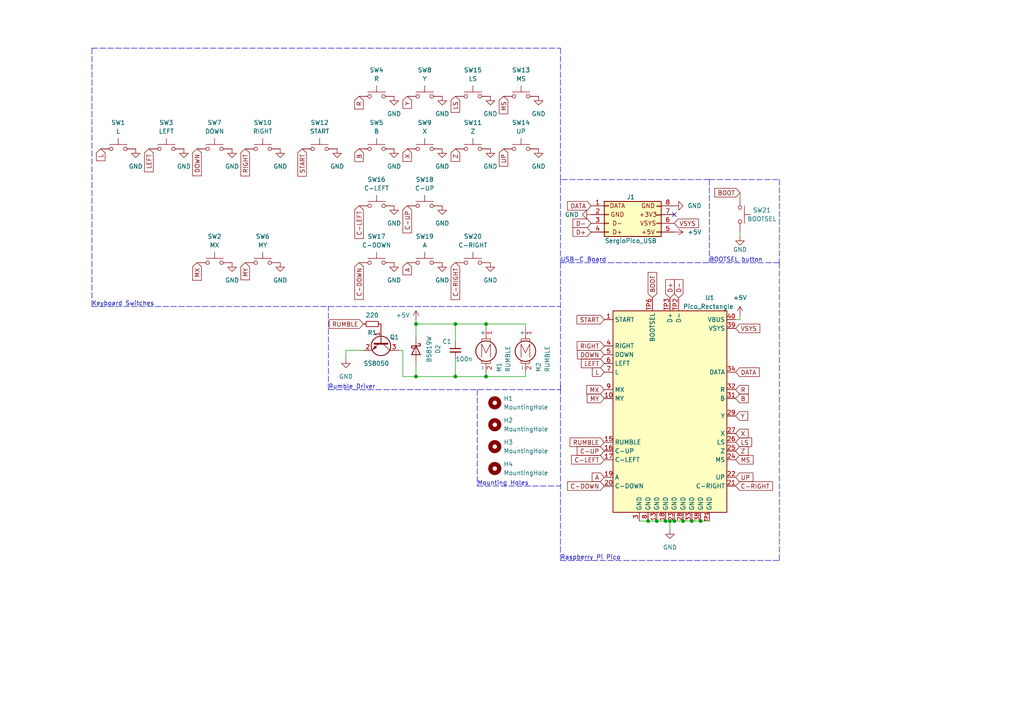
<source format=kicad_sch>
(kicad_sch (version 20211123) (generator eeschema)
  (paper "A4")
  (lib_symbols
    (symbol "Device:C_Small" (pin_numbers hide) (pin_names (offset 0.254) hide)
      (property "Reference" "C" (at 0.254 1.778 0))
      (property "Value" "C_Small" (at 0.254 -2.032 0))
      (symbol "C_Small_0_1"
        (polyline (pts (xy -1.524 -0.508) (xy 1.524 -0.508)) (stroke (width 0.3302)))
        (polyline (pts (xy -1.524 0.508) (xy 1.524 0.508)) (stroke (width 0.3048)))
      )
      (symbol "C_Small_1_1"
        (pin passive line (at 0 2.54 270) (length 2.032) (name "~") (number "1"))
        (pin passive line (at 0 -2.54 90) (length 2.032) (name "~") (number "2"))
      )
    )
    (symbol "Device:D_Schottky" (pin_numbers hide) (pin_names (offset 1.016) hide)
      (property "Reference" "D" (at 0 2.54 0))
      (property "Value" "D_Schottky" (at 0 -2.54 0))
      (symbol "D_Schottky_0_1"
        (polyline (pts (xy 1.27 0) (xy -1.27 0)))
        (polyline (pts (xy 1.27 1.27) (xy 1.27 -1.27) (xy -1.27 0) (xy 1.27 1.27)) (stroke (width 0.254)))
        (polyline (pts (xy -1.905 0.635) (xy -1.905 1.27) (xy -1.27 1.27) (xy -1.27 -1.27) (xy -0.635 -1.27) (xy -0.635 -0.635)) (stroke (width 0.254)))
      )
      (symbol "D_Schottky_1_1"
        (pin passive line (at -3.81 0 0) (length 2.54) (name "K") (number "1"))
        (pin passive line (at 3.81 0 180) (length 2.54) (name "A") (number "2"))
      )
    )
    (symbol "Device:Q_NPN_BEC" (pin_names (offset 0) hide)
      (property "Reference" "Q" (at 5.08 1.27 0))
      (property "Value" "Q_NPN_BEC" (at 5.08 -1.27 0))
      (symbol "Q_NPN_BEC_0_1"
        (polyline (pts (xy 0.635 0.635) (xy 2.54 2.54)))
        (polyline (pts (xy 0.635 -0.635) (xy 2.54 -2.54) (xy 2.54 -2.54)))
        (polyline (pts (xy 0.635 1.905) (xy 0.635 -1.905) (xy 0.635 -1.905)) (stroke (width 0.508)))
        (polyline (pts (xy 1.27 -1.778) (xy 1.778 -1.27) (xy 2.286 -2.286) (xy 1.27 -1.778) (xy 1.27 -1.778)) (fill (type outline)))
        (circle (center 1.27 0) (radius 2.8194) (stroke (width 0.254)))
      )
      (symbol "Q_NPN_BEC_1_1"
        (pin input line (at -5.08 0 0) (length 5.715) (name "B") (number "1"))
        (pin passive line (at 2.54 -5.08 90) (length 2.54) (name "E") (number "2"))
        (pin passive line (at 2.54 5.08 270) (length 2.54) (name "C") (number "3"))
      )
    )
    (symbol "Device:R_Small" (pin_numbers hide) (pin_names (offset 0.254) hide)
      (property "Reference" "R" (at 0.762 0.508 0))
      (property "Value" "R_Small" (at 0.762 -1.016 0))
      (symbol "R_Small_0_1"
        (rectangle (start -0.762 1.778) (end 0.762 -1.778) (stroke (width 0.2032)))
      )
      (symbol "R_Small_1_1"
        (pin passive line (at 0 2.54 270) (length 0.762) (name "~") (number "1"))
        (pin passive line (at 0 -2.54 90) (length 0.762) (name "~") (number "2"))
      )
    )
    (symbol "Mechanical:MountingHole" (pin_names (offset 1.016))
      (property "Reference" "H" (at 0 5.08 0))
      (property "Value" "MountingHole" (at 0 3.175 0))
      (symbol "MountingHole_0_1"
        (circle (center 0 0) (radius 1.27) (stroke (width 1.27)))
      )
    )
    (symbol "Motor:Motor_DC_ALT" (pin_names (offset 0))
      (property "Reference" "M" (at 2.54 2.54 0))
      (property "Value" "Motor_DC_ALT" (at 2.54 -5.08 0))
      (symbol "Motor_DC_ALT_0_0"
        (circle (center 0 -1.524) (radius 2.9718) (stroke (width 0.254)))
        (polyline (pts (xy -1.27 -4.318) (xy -1.27 -5.08) (xy 1.27 -5.08) (xy 1.27 -4.318)))
        (polyline (pts (xy -1.27 1.27) (xy -1.27 2.032) (xy 1.27 2.032) (xy 1.27 1.27)))
        (polyline (pts (xy -1.27 -3.302) (xy -1.27 0.508) (xy 0 -2.032) (xy 1.27 0.508) (xy 1.27 -3.302)))
      )
      (symbol "Motor_DC_ALT_0_1"
        (polyline (pts (xy 0 2.032) (xy 0 2.54)))
      )
      (symbol "Motor_DC_ALT_1_1"
        (pin passive line (at 0 5.08 270) (length 2.54) (name "+") (number "1"))
        (pin passive line (at 0 -7.62 90) (length 2.54) (name "-") (number "2"))
      )
    )
    (symbol "Sergio_library:Pico_Rectangle"
      (property "Reference" "U1" (at 15.24 31.75 0))
      (property "Value" "Pico_Rectangle" (at 8.89 29.21 0))
      (symbol "Pico_Rectangle_0_1"
        (rectangle (start -11.43 27.94) (end 21.59 -30.48) (stroke (width 0.254)) (fill (type background)))
      )
      (symbol "Pico_Rectangle_1_1"
        (pin bidirectional line (at -13.97 25.4 0) (length 2.54) (name "START") (number "1"))
        (pin bidirectional line (at -13.97 2.54 0) (length 2.54) (name "MY") (number "10"))
        (pin no_connect line (at -13.97 0 0) (length 2.54) hide (name "GP8") (number "11"))
        (pin no_connect line (at -13.97 -2.54 0) (length 2.54) hide (name "GP9") (number "12"))
        (pin power_in line (at 1.27 -33.02 90) (length 2.54) (name "GND") (number "13"))
        (pin no_connect line (at -13.97 -7.62 0) (length 2.54) hide (name "GP10") (number "14"))
        (pin bidirectional line (at -13.97 -10.16 0) (length 2.54) (name "RUMBLE") (number "15"))
        (pin bidirectional line (at -13.97 -12.7 0) (length 2.54) (name "C-UP") (number "16"))
        (pin bidirectional line (at -13.97 -15.24 0) (length 2.54) (name "C-LEFT") (number "17"))
        (pin power_in line (at 3.81 -33.02 90) (length 2.54) (name "GND") (number "18"))
        (pin bidirectional line (at -13.97 -20.32 0) (length 2.54) (name "A") (number "19"))
        (pin no_connect line (at -13.97 22.86 0) (length 2.54) hide (name "GP1") (number "2"))
        (pin bidirectional line (at -13.97 -22.86 0) (length 2.54) (name "C-DOWN") (number "20"))
        (pin bidirectional line (at 24.13 -22.86 180) (length 2.54) (name "C-RIGHT") (number "21"))
        (pin bidirectional line (at 24.13 -20.32 180) (length 2.54) (name "UP") (number "22"))
        (pin power_in line (at 6.35 -33.02 90) (length 2.54) (name "GND") (number "23"))
        (pin bidirectional line (at 24.13 -15.24 180) (length 2.54) (name "MS") (number "24"))
        (pin bidirectional line (at 24.13 -12.7 180) (length 2.54) (name "Z") (number "25"))
        (pin bidirectional line (at 24.13 -10.16 180) (length 2.54) (name "LS") (number "26"))
        (pin bidirectional line (at 24.13 -7.62 180) (length 2.54) (name "X") (number "27"))
        (pin power_in line (at 8.89 -33.02 90) (length 2.54) (name "GND") (number "28"))
        (pin bidirectional line (at 24.13 -2.54 180) (length 2.54) (name "Y") (number "29"))
        (pin power_in line (at -3.81 -33.02 90) (length 2.54) (name "GND") (number "3"))
        (pin no_connect line (at 24.13 0 180) (length 2.54) hide (name "RUN") (number "30"))
        (pin bidirectional line (at 24.13 2.54 180) (length 2.54) (name "B") (number "31"))
        (pin bidirectional line (at 24.13 5.08 180) (length 2.54) (name "R") (number "32"))
        (pin power_in line (at 11.43 -33.02 90) (length 2.54) (name "GND") (number "33"))
        (pin bidirectional line (at 24.13 10.16 180) (length 2.54) (name "DATA") (number "34"))
        (pin no_connect line (at 24.13 12.7 180) (length 2.54) hide (name "VREF") (number "35"))
        (pin no_connect line (at 24.13 15.24 180) (length 2.54) hide (name "3V3(OUT)") (number "36"))
        (pin no_connect line (at 24.13 17.78 180) (length 2.54) hide (name "3V3_EN") (number "37"))
        (pin power_in line (at 13.97 -33.02 90) (length 2.54) (name "GND") (number "38"))
        (pin power_in line (at 24.13 22.86 180) (length 2.54) (name "VSYS") (number "39"))
        (pin bidirectional line (at -13.97 17.78 0) (length 2.54) (name "RIGHT") (number "4"))
        (pin power_in line (at 24.13 25.4 180) (length 2.54) (name "VBUS") (number "40"))
        (pin bidirectional line (at -13.97 15.24 0) (length 2.54) (name "DOWN") (number "5"))
        (pin bidirectional line (at -13.97 12.7 0) (length 2.54) (name "LEFT") (number "6"))
        (pin bidirectional line (at -13.97 10.16 0) (length 2.54) (name "L") (number "7"))
        (pin power_in line (at -1.27 -33.02 90) (length 2.54) (name "GND") (number "8"))
        (pin bidirectional line (at -13.97 5.08 0) (length 2.54) (name "MX") (number "9"))
        (pin power_in line (at 16.51 -33.02 90) (length 2.54) (name "GND") (number "TP1"))
        (pin bidirectional line (at 7.62 31.75 270) (length 3.81) (name "D-") (number "TP2"))
        (pin bidirectional line (at 5.08 31.75 270) (length 3.81) (name "D+") (number "TP3"))
        (pin bidirectional line (at 0 31.75 270) (length 3.81) (name "BOOTSEL") (number "TP6"))
      )
    )
    (symbol "Sergio_library:SergioPico_USB" (pin_names (offset 1.016) hide)
      (property "Reference" "J" (at 1.27 5.08 0))
      (property "Value" "SergioPico_USB" (at 7.62 -7.62 0))
      (symbol "SergioPico_USB_0_0"
        (text "+3V3" (at 11.43 0 0) (effects (font (size 1.27 1.27))))
        (text "+5V" (at 11.43 -5.08 0) (effects (font (size 1.27 1.27))))
        (text "D+" (at 2.54 -5.08 0) (effects (font (size 1.27 1.27))))
        (text "D-" (at 2.54 -2.54 0) (effects (font (size 1.27 1.27))))
        (text "DATA" (at 2.54 2.54 0) (effects (font (size 1.27 1.27))))
        (text "GND" (at 2.54 0 0) (effects (font (size 1.27 1.27))))
        (text "GND" (at 11.43 2.54 0) (effects (font (size 1.27 1.27))))
        (text "VSYS" (at 11.43 -2.54 0) (effects (font (size 1.27 1.27))))
      )
      (symbol "SergioPico_USB_1_1"
        (rectangle (start -1.27 -4.953) (end 0 -5.207) (stroke (width 0.1524)))
        (rectangle (start -1.27 -2.413) (end 0 -2.667) (stroke (width 0.1524)))
        (rectangle (start -1.27 0.127) (end 0 -0.127) (stroke (width 0.1524)))
        (rectangle (start -1.27 2.667) (end 0 2.413) (stroke (width 0.1524)))
        (rectangle (start -1.27 3.81) (end 15.24 -6.35) (stroke (width 0.254)) (fill (type background)))
        (rectangle (start 13.97 0) (end 15.24 -0.254) (stroke (width 0.1524)))
        (rectangle (start 15.24 -4.953) (end 13.97 -5.207) (stroke (width 0.1524)))
        (rectangle (start 15.24 -2.413) (end 13.97 -2.667) (stroke (width 0.1524)))
        (rectangle (start 15.24 2.54) (end 13.97 2.286) (stroke (width 0.1524)))
        (pin bidirectional line (at -5.08 2.54 0) (length 3.81) (name "Pin_1") (number "1"))
        (pin power_out line (at -5.08 0 0) (length 3.81) (name "Pin_2") (number "2"))
        (pin bidirectional line (at -5.08 -2.54 0) (length 3.81) (name "Pin_3") (number "3"))
        (pin bidirectional line (at -5.08 -5.08 0) (length 3.81) (name "Pin_4") (number "4"))
        (pin power_out line (at 19.05 -5.08 180) (length 3.81) (name "Pin_5") (number "5"))
        (pin power_out line (at 19.05 -2.54 180) (length 3.81) (name "Pin_6") (number "6"))
        (pin power_out line (at 19.05 0 180) (length 3.81) (name "Pin_7") (number "7"))
        (pin power_out line (at 19.05 2.54 180) (length 3.81) (name "Pin_8") (number "8"))
      )
    )
    (symbol "Switch:SW_Push" (pin_numbers hide) (pin_names (offset 1.016) hide)
      (property "Reference" "SW" (at 1.27 2.54 0))
      (property "Value" "SW_Push" (at 0 -1.524 0))
      (symbol "SW_Push_0_1"
        (circle (center -2.032 0) (radius 0.508))
        (polyline (pts (xy 0 1.27) (xy 0 3.048)))
        (polyline (pts (xy 2.54 1.27) (xy -2.54 1.27)))
        (circle (center 2.032 0) (radius 0.508))
        (pin passive line (at -5.08 0 0) (length 2.54) (name "1") (number "1"))
        (pin passive line (at 5.08 0 180) (length 2.54) (name "2") (number "2"))
      )
    )
    (symbol "power:+5V" (power) (pin_names (offset 0))
      (property "Value" "+5V" (at 0 3.556 0))
      (symbol "+5V_0_1"
        (polyline (pts (xy -0.762 1.27) (xy 0 2.54)))
        (polyline (pts (xy 0 0) (xy 0 2.54)))
        (polyline (pts (xy 0 2.54) (xy 0.762 1.27)))
      )
      (symbol "+5V_1_1"
        (pin power_in line (at 0 0 90) (length 0) hide (name "+5V") (number "1"))
      )
    )
    (symbol "power:GND" (power) (pin_names (offset 0))
      (property "Value" "GND" (at 0 -3.81 0))
      (symbol "GND_0_1"
        (polyline (pts (xy 0 0) (xy 0 -1.27) (xy 1.27 -1.27) (xy 0 -2.54) (xy -1.27 -1.27) (xy 0 -1.27)))
      )
      (symbol "GND_1_1"
        (pin power_in line (at 0 0 270) (length 0) hide (name "GND") (number "1"))
      )
    )
  )
  (junction (at 140.97 109.22))
  (junction (at 190.5 151.13))
  (junction (at 198.12 151.13))
  (junction (at 120.65 93.98))
  (junction (at 203.2 151.13))
  (junction (at 195.58 151.13))
  (junction (at 120.65 109.22))
  (junction (at 187.96 151.13))
  (junction (at 140.97 93.98))
  (junction (at 132.08 93.98))
  (junction (at 200.66 151.13))
  (junction (at 194.31 151.13))
  (junction (at 193.04 151.13))
  (junction (at 132.08 109.22))
  (no_connect (at 195.58 62.23))
  (wire (pts (xy 214.63 68.58) (xy 214.63 67.31)))
  (polyline (pts (xy 226.06 76.2) (xy 162.56 76.2)))
  (polyline (pts (xy 26.67 88.9) (xy 162.56 88.9)))
  (polyline (pts (xy 138.43 113.03) (xy 138.43 140.97)))
  (wire (pts (xy 140.97 93.98) (xy 140.97 95.25)))
  (polyline (pts (xy 162.56 113.03) (xy 162.56 111.76)))
  (wire (pts (xy 214.63 55.88) (xy 214.63 57.15)))
  (wire (pts (xy 200.66 151.13) (xy 203.2 151.13)))
  (polyline (pts (xy 26.67 13.97) (xy 26.67 88.9)))
  (wire (pts (xy 152.4 95.25) (xy 152.4 93.98)))
  (wire (pts (xy 132.08 104.14) (xy 132.08 109.22)))
  (wire (pts (xy 120.65 93.98) (xy 120.65 97.79)))
  (polyline (pts (xy 162.56 162.56) (xy 226.06 162.56)))
  (wire (pts (xy 203.2 151.13) (xy 205.74 151.13)))
  (wire (pts (xy 115.57 101.6) (xy 116.84 101.6)))
  (polyline (pts (xy 162.56 76.2) (xy 162.56 162.56)))
  (wire (pts (xy 132.08 93.98) (xy 120.65 93.98)))
  (wire (pts (xy 120.65 109.22) (xy 132.08 109.22)))
  (wire (pts (xy 214.63 92.71) (xy 214.63 91.44)))
  (polyline (pts (xy 162.56 52.07) (xy 162.56 76.2)))
  (polyline (pts (xy 226.06 76.2) (xy 226.06 162.56)))
  (wire (pts (xy 185.42 151.13) (xy 187.96 151.13)))
  (polyline (pts (xy 205.74 52.07) (xy 226.06 52.07)))
  (wire (pts (xy 195.58 151.13) (xy 198.12 151.13)))
  (polyline (pts (xy 205.74 52.07) (xy 205.74 76.2)))
  (wire (pts (xy 132.08 93.98) (xy 132.08 99.06)))
  (polyline (pts (xy 138.43 140.97) (xy 162.56 140.97)))
  (wire (pts (xy 120.65 109.22) (xy 120.65 105.41)))
  (wire (pts (xy 132.08 93.98) (xy 140.97 93.98)))
  (polyline (pts (xy 205.74 52.07) (xy 162.56 52.07)))
  (wire (pts (xy 194.31 151.13) (xy 195.58 151.13)))
  (wire (pts (xy 120.65 92.71) (xy 120.65 93.98)))
  (wire (pts (xy 198.12 151.13) (xy 200.66 151.13)))
  (polyline (pts (xy 26.67 13.97) (xy 162.56 13.97)))
  (polyline (pts (xy 162.56 13.97) (xy 162.56 52.07)))
  (wire (pts (xy 190.5 151.13) (xy 193.04 151.13)))
  (wire (pts (xy 194.31 151.13) (xy 194.31 153.67)))
  (wire (pts (xy 116.84 101.6) (xy 116.84 109.22)))
  (wire (pts (xy 105.41 101.6) (xy 100.33 101.6)))
  (polyline (pts (xy 226.06 52.07) (xy 226.06 76.2)))
  (polyline (pts (xy 95.25 113.03) (xy 162.56 113.03)))
  (wire (pts (xy 140.97 93.98) (xy 152.4 93.98)))
  (wire (pts (xy 140.97 107.95) (xy 140.97 109.22)))
  (wire (pts (xy 187.96 151.13) (xy 190.5 151.13)))
  (wire (pts (xy 132.08 109.22) (xy 140.97 109.22)))
  (wire (pts (xy 152.4 109.22) (xy 152.4 107.95)))
  (wire (pts (xy 213.36 92.71) (xy 214.63 92.71)))
  (wire (pts (xy 100.33 101.6) (xy 100.33 104.14)))
  (wire (pts (xy 193.04 151.13) (xy 194.31 151.13)))
  (wire (pts (xy 140.97 109.22) (xy 152.4 109.22)))
  (polyline (pts (xy 95.25 113.03) (xy 95.25 88.9)))
  (wire (pts (xy 116.84 109.22) (xy 120.65 109.22)))
  (text "USB-C Board" (at 162.56 76.2 0) (effects (font (size 1.27 1.27)) (justify left bottom)))
  (text "BOOTSEL button\n" (at 205.74 76.2 0) (effects (font (size 1.27 1.27)) (justify left bottom)))
  (text "Raspberry Pi Pico" (at 162.56 162.56 0) (effects (font (size 1.27 1.27)) (justify left bottom)))
  (text "Rumble Driver" (at 95.25 113.03 0) (effects (font (size 1.27 1.27)) (justify left bottom)))
  (text "Mounting Holes" (at 138.43 140.97 0) (effects (font (size 1.27 1.27)) (justify left bottom)))
  (text "Keyboard Switches\n" (at 26.67 88.9 0) (effects (font (size 1.27 1.27)) (justify left bottom)))
  (global_label "MS" (shape input) (at 146.05 27.94 270) (property "Intersheet References" "${INTERSHEET_REFS}" (effects hide)))
  (global_label "C-LEFT" (shape input) (at 104.14 59.69 270) (property "Intersheet References" "${INTERSHEET_REFS}" (effects hide)))
  (global_label "Z" (shape input) (at 132.08 43.18 270) (property "Intersheet References" "${INTERSHEET_REFS}" (effects hide)))
  (global_label "D-" (shape input) (at 196.85 86.36 90) (property "Intersheet References" "${INTERSHEET_REFS}" (effects hide)))
  (global_label "DOWN" (shape input) (at 57.15 43.18 270) (property "Intersheet References" "${INTERSHEET_REFS}" (effects hide)))
  (global_label "MX" (shape input) (at 57.15 76.2 270) (property "Intersheet References" "${INTERSHEET_REFS}" (effects hide)))
  (global_label "MX" (shape input) (at 175.26 113.03 180) (property "Intersheet References" "${INTERSHEET_REFS}" (effects hide)))
  (global_label "VSYS" (shape input) (at 195.58 64.77 0) (property "Intersheet References" "${INTERSHEET_REFS}" (effects hide)))
  (global_label "Z" (shape input) (at 213.36 130.81 0) (property "Intersheet References" "${INTERSHEET_REFS}" (effects hide)))
  (global_label "X" (shape input) (at 118.11 43.18 270) (property "Intersheet References" "${INTERSHEET_REFS}" (effects hide)))
  (global_label "MY" (shape input) (at 71.12 76.2 270) (property "Intersheet References" "${INTERSHEET_REFS}" (effects hide)))
  (global_label "C-LEFT" (shape input) (at 175.26 133.35 180) (property "Intersheet References" "${INTERSHEET_REFS}" (effects hide)))
  (global_label "LEFT" (shape input) (at 175.26 105.41 180) (property "Intersheet References" "${INTERSHEET_REFS}" (effects hide)))
  (global_label "B" (shape input) (at 104.14 43.18 270) (property "Intersheet References" "${INTERSHEET_REFS}" (effects hide)))
  (global_label "RIGHT" (shape input) (at 71.12 43.18 270) (property "Intersheet References" "${INTERSHEET_REFS}" (effects hide)))
  (global_label "UP" (shape input) (at 146.05 43.18 270) (property "Intersheet References" "${INTERSHEET_REFS}" (effects hide)))
  (global_label "RUMBLE" (shape input) (at 175.26 128.27 180) (property "Intersheet References" "${INTERSHEET_REFS}" (effects hide)))
  (global_label "L" (shape input) (at 175.26 107.95 180) (property "Intersheet References" "${INTERSHEET_REFS}" (effects hide)))
  (global_label "C-RIGHT" (shape input) (at 132.08 76.2 270) (property "Intersheet References" "${INTERSHEET_REFS}" (effects hide)))
  (global_label "C-UP" (shape input) (at 175.26 130.81 180) (property "Intersheet References" "${INTERSHEET_REFS}" (effects hide)))
  (global_label "DATA" (shape input) (at 171.45 59.69 180) (property "Intersheet References" "${INTERSHEET_REFS}" (effects hide)))
  (global_label "D-" (shape input) (at 171.45 64.77 180) (property "Intersheet References" "${INTERSHEET_REFS}" (effects hide)))
  (global_label "C-UP" (shape input) (at 118.11 59.69 270) (property "Intersheet References" "${INTERSHEET_REFS}" (effects hide)))
  (global_label "A" (shape input) (at 118.11 76.2 270) (property "Intersheet References" "${INTERSHEET_REFS}" (effects hide)))
  (global_label "DATA" (shape input) (at 213.36 107.95 0) (property "Intersheet References" "${INTERSHEET_REFS}" (effects hide)))
  (global_label "BOOT" (shape input) (at 214.63 55.88 180) (property "Intersheet References" "${INTERSHEET_REFS}" (effects hide)))
  (global_label "A" (shape input) (at 175.26 138.43 180) (property "Intersheet References" "${INTERSHEET_REFS}" (effects hide)))
  (global_label "L" (shape input) (at 29.21 43.18 270) (property "Intersheet References" "${INTERSHEET_REFS}" (effects hide)))
  (global_label "DOWN" (shape input) (at 175.26 102.87 180) (property "Intersheet References" "${INTERSHEET_REFS}" (effects hide)))
  (global_label "X" (shape input) (at 213.36 125.73 0) (property "Intersheet References" "${INTERSHEET_REFS}" (effects hide)))
  (global_label "MY" (shape input) (at 175.26 115.57 180) (property "Intersheet References" "${INTERSHEET_REFS}" (effects hide)))
  (global_label "RIGHT" (shape input) (at 175.26 100.33 180) (property "Intersheet References" "${INTERSHEET_REFS}" (effects hide)))
  (global_label "R" (shape input) (at 104.14 27.94 270) (property "Intersheet References" "${INTERSHEET_REFS}" (effects hide)))
  (global_label "START" (shape input) (at 87.63 43.18 270) (property "Intersheet References" "${INTERSHEET_REFS}" (effects hide)))
  (global_label "UP" (shape input) (at 213.36 138.43 0) (property "Intersheet References" "${INTERSHEET_REFS}" (effects hide)))
  (global_label "D+" (shape input) (at 194.31 86.36 90) (property "Intersheet References" "${INTERSHEET_REFS}" (effects hide)))
  (global_label "LEFT" (shape input) (at 43.18 43.18 270) (property "Intersheet References" "${INTERSHEET_REFS}" (effects hide)))
  (global_label "START" (shape input) (at 175.26 92.71 180) (property "Intersheet References" "${INTERSHEET_REFS}" (effects hide)))
  (global_label "C-RIGHT" (shape input) (at 213.36 140.97 0) (property "Intersheet References" "${INTERSHEET_REFS}" (effects hide)))
  (global_label "C-DOWN" (shape input) (at 175.26 140.97 180) (property "Intersheet References" "${INTERSHEET_REFS}" (effects hide)))
  (global_label "MS" (shape input) (at 213.36 133.35 0) (property "Intersheet References" "${INTERSHEET_REFS}" (effects hide)))
  (global_label "BOOT" (shape input) (at 189.23 86.36 90) (property "Intersheet References" "${INTERSHEET_REFS}" (effects hide)))
  (global_label "B" (shape input) (at 213.36 115.57 0) (property "Intersheet References" "${INTERSHEET_REFS}" (effects hide)))
  (global_label "Y" (shape input) (at 118.11 27.94 270) (property "Intersheet References" "${INTERSHEET_REFS}" (effects hide)))
  (global_label "RUMBLE" (shape input) (at 105.41 93.98 180) (property "Intersheet References" "${INTERSHEET_REFS}" (effects hide)))
  (global_label "LS" (shape input) (at 132.08 27.94 270) (property "Intersheet References" "${INTERSHEET_REFS}" (effects hide)))
  (global_label "R" (shape input) (at 213.36 113.03 0) (property "Intersheet References" "${INTERSHEET_REFS}" (effects hide)))
  (global_label "D+" (shape input) (at 171.45 67.31 180) (property "Intersheet References" "${INTERSHEET_REFS}" (effects hide)))
  (global_label "C-DOWN" (shape input) (at 104.14 76.2 270) (property "Intersheet References" "${INTERSHEET_REFS}" (effects hide)))
  (global_label "LS" (shape input) (at 213.36 128.27 0) (property "Intersheet References" "${INTERSHEET_REFS}" (effects hide)))
  (global_label "Y" (shape input) (at 213.36 120.65 0) (property "Intersheet References" "${INTERSHEET_REFS}" (effects hide)))
  (global_label "VSYS" (shape input) (at 213.36 95.25 0) (property "Intersheet References" "${INTERSHEET_REFS}" (effects hide)))
  (symbol (lib_id "power:GND") (at 67.31 43.18 0) (unit 1)
    (property "Reference" "#PWR07" (effects hide))
    (property "Value" "GND" (at 67.31 48.26 0))
  )
  (symbol (lib_id "Device:R_Small") (at 107.95 93.98 90) (unit 1)
    (property "Reference" "R1" (at 107.95 96.52 90))
    (property "Value" "220" (at 107.95 91.44 90))
    (property "Footprint" "Resistor_SMD:R_0603_1608Metric_Pad0.98x0.95mm_HandSolder" (effects hide))
    (property "JLBPCB part #" "C22962" (effects hide))
  )
  (symbol (lib_id "Switch:SW_Push") (at 48.26 43.18 0) (unit 1)
    (property "Reference" "SW3" (at 48.26 35.56 0))
    (property "Value" "LEFT" (at 48.26 38.1 0))
    (property "Footprint" "Sergio_footprints:SW_MX_1.00u_PCB_Hybrid" (effects hide))
  )
  (symbol (lib_id "Switch:SW_Push") (at 34.29 43.18 0) (unit 1)
    (property "Reference" "SW1" (at 34.29 35.56 0))
    (property "Value" "L" (at 34.29 38.1 0))
    (property "Footprint" "Sergio_footprints:SW_MX_1.00u_PCB_Hybrid" (effects hide))
  )
  (symbol (lib_id "Switch:SW_Push") (at 109.22 43.18 0) (unit 1)
    (property "Reference" "SW5" (at 109.22 35.56 0))
    (property "Value" "B" (at 109.22 38.1 0))
    (property "Footprint" "Sergio_footprints:SW_MX_1.00u_PCB_Hybrid" (effects hide))
  )
  (symbol (lib_id "Switch:SW_Push") (at 123.19 76.2 0) (unit 1)
    (property "Reference" "SW19" (at 123.19 68.58 0))
    (property "Value" "A" (at 123.19 71.12 0))
    (property "Footprint" "Sergio_footprints:SW_MX_1.00u_PCB_Hybrid" (effects hide))
  )
  (symbol (lib_id "Switch:SW_Push") (at 62.23 43.18 0) (unit 1)
    (property "Reference" "SW7" (at 62.23 35.56 0))
    (property "Value" "DOWN" (at 62.23 38.1 0))
    (property "Footprint" "Sergio_footprints:SW_MX_1.00u_PCB_Hybrid" (effects hide))
  )
  (symbol (lib_id "Mechanical:MountingHole") (at 143.51 123.19 0) (unit 1)
    (property "Reference" "H2" (at 146.05 121.9199 0) (effects (justify left)))
    (property "Value" "MountingHole" (at 146.05 124.4599 0) (effects (justify left)))
    (property "Footprint" "MountingHole:MountingHole_4.3mm_M4" (effects hide))
  )
  (symbol (lib_id "power:GND") (at 67.31 76.2 0) (unit 1)
    (property "Reference" "#PWR02" (effects hide))
    (property "Value" "GND" (at 67.31 81.28 0))
  )
  (symbol (lib_id "power:GND") (at 100.33 104.14 0) (unit 1)
    (property "Reference" "#PWR028" (effects hide))
    (property "Value" "GND" (at 100.33 109.22 0))
  )
  (symbol (lib_id "Switch:SW_Push") (at 151.13 43.18 0) (unit 1)
    (property "Reference" "SW14" (at 151.13 35.56 0))
    (property "Value" "UP" (at 151.13 38.1 0))
    (property "Footprint" "Sergio_footprints:SW_MX_1.00u_PCB_Hybrid" (effects hide))
  )
  (symbol (lib_id "Switch:SW_Push") (at 137.16 43.18 0) (unit 1)
    (property "Reference" "SW11" (at 137.16 35.56 0))
    (property "Value" "Z" (at 137.16 38.1 0))
    (property "Footprint" "Sergio_footprints:SW_MX_1.00u_PCB_Hybrid" (effects hide))
  )
  (symbol (lib_id "power:GND") (at 128.27 76.2 0) (unit 1)
    (property "Reference" "#PWR020" (effects hide))
    (property "Value" "GND" (at 128.27 81.28 0))
  )
  (symbol (lib_id "power:GND") (at 81.28 43.18 0) (unit 1)
    (property "Reference" "#PWR010" (effects hide))
    (property "Value" "GND" (at 81.28 48.26 0))
  )
  (symbol (lib_id "power:+5V") (at 214.63 91.44 0) (unit 1)
    (property "Reference" "#PWR022" (effects hide))
    (property "Value" "+5V" (at 214.63 86.36 0))
  )
  (symbol (lib_id "Switch:SW_Push") (at 137.16 76.2 0) (unit 1)
    (property "Reference" "SW20" (at 137.16 68.58 0))
    (property "Value" "C-RIGHT" (at 137.16 71.12 0))
    (property "Footprint" "Sergio_footprints:SW_MX_1.00u_PCB_Hybrid" (effects hide))
  )
  (symbol (lib_id "power:GND") (at 114.3 43.18 0) (unit 1)
    (property "Reference" "#PWR05" (effects hide))
    (property "Value" "GND" (at 114.3 48.26 0))
  )
  (symbol (lib_id "power:GND") (at 156.21 27.94 0) (unit 1)
    (property "Reference" "#PWR013" (effects hide))
    (property "Value" "GND" (at 156.21 33.02 0))
  )
  (symbol (lib_id "Switch:SW_Push") (at 123.19 43.18 0) (unit 1)
    (property "Reference" "SW9" (at 123.19 35.56 0))
    (property "Value" "X" (at 123.19 38.1 0))
    (property "Footprint" "Sergio_footprints:SW_MX_1.00u_PCB_Hybrid" (effects hide))
  )
  (symbol (lib_id "power:GND") (at 171.45 62.23 270) (unit 1)
    (property "Reference" "#PWR0103" (effects hide))
    (property "Value" "GND" (at 163.83 62.23 90) (effects (justify left)))
  )
  (symbol (lib_id "power:GND") (at 128.27 27.94 0) (unit 1)
    (property "Reference" "#PWR08" (effects hide))
    (property "Value" "GND" (at 128.27 33.02 0))
  )
  (symbol (lib_id "power:+5V") (at 120.65 92.71 0) (unit 1)
    (property "Reference" "#PWR032" (effects hide))
    (property "Value" "+5V" (at 116.84 91.44 0))
  )
  (symbol (lib_id "Switch:SW_Push") (at 109.22 27.94 0) (unit 1)
    (property "Reference" "SW4" (at 109.22 20.32 0))
    (property "Value" "R" (at 109.22 22.86 0))
    (property "Footprint" "Sergio_footprints:SW_MX_1.00u_PCB_Hybrid" (effects hide))
  )
  (symbol (lib_id "power:GND") (at 142.24 27.94 0) (unit 1)
    (property "Reference" "#PWR015" (effects hide))
    (property "Value" "GND" (at 142.24 33.02 0))
  )
  (symbol (lib_id "Device:D_Schottky") (at 120.65 101.6 270) (unit 1)
    (property "Reference" "D2" (at 127 101.2825 0))
    (property "Value" "B5819W" (at 124.46 101.2825 0))
    (property "Footprint" "Diode_SMD:D_SOD-123" (effects hide))
    (property "JLBPCB part #" "C8598" (effects hide))
  )
  (symbol (lib_id "Switch:SW_Push") (at 92.71 43.18 0) (unit 1)
    (property "Reference" "SW12" (at 92.71 35.56 0))
    (property "Value" "START" (at 92.71 38.1 0))
    (property "Footprint" "Sergio_footprints:SW_MX_1.00u_PCB_Hybrid" (effects hide))
  )
  (symbol (lib_id "Switch:SW_Push") (at 151.13 27.94 0) (unit 1)
    (property "Reference" "SW13" (at 151.13 20.32 0))
    (property "Value" "MS" (at 151.13 22.86 0))
    (property "Footprint" "Sergio_footprints:SW_MX_1.00u_PCB_Hybrid" (effects hide))
  )
  (symbol (lib_id "power:GND") (at 142.24 43.18 0) (unit 1)
    (property "Reference" "#PWR011" (effects hide))
    (property "Value" "GND" (at 142.24 48.26 0))
  )
  (symbol (lib_id "power:GND") (at 81.28 76.2 0) (unit 1)
    (property "Reference" "#PWR06" (effects hide))
    (property "Value" "GND" (at 81.28 81.28 0))
  )
  (symbol (lib_id "Switch:SW_Push") (at 109.22 76.2 0) (unit 1)
    (property "Reference" "SW17" (at 109.22 68.58 0))
    (property "Value" "C-DOWN" (at 109.22 71.12 0))
    (property "Footprint" "Sergio_footprints:SW_MX_1.00u_PCB_Hybrid" (effects hide))
  )
  (symbol (lib_id "Motor:Motor_DC_ALT") (at 152.4 100.33 0) (unit 1)
    (property "Reference" "M2" (at 156.21 107.95 90) (effects (justify left)))
    (property "Value" "RUMBLE" (at 158.75 107.95 90) (effects (justify left)))
    (property "Footprint" "Connector_PinHeader_2.54mm:PinHeader_1x02_P2.54mm_Vertical" (effects hide))
  )
  (symbol (lib_id "power:GND") (at 114.3 76.2 0) (unit 1)
    (property "Reference" "#PWR017" (effects hide))
    (property "Value" "GND" (at 114.3 81.28 0))
  )
  (symbol (lib_id "Switch:SW_Push") (at 214.63 62.23 270) (unit 1)
    (property "Reference" "SW21" (at 220.98 60.96 90))
    (property "Value" "BOOTSEL" (at 220.98 63.5 90))
    (property "Footprint" "Connector_PinHeader_2.54mm:PinHeader_1x02_P2.54mm_Vertical" (effects hide))
  )
  (symbol (lib_id "power:GND") (at 214.63 68.58 0) (unit 1)
    (property "Reference" "#PWR0101" (effects hide))
    (property "Value" "GND" (at 214.63 72.39 0))
  )
  (symbol (lib_id "power:GND") (at 53.34 43.18 0) (unit 1)
    (property "Reference" "#PWR03" (effects hide))
    (property "Value" "GND" (at 53.34 48.26 0))
  )
  (symbol (lib_id "Sergio_library:Pico_Rectangle") (at 189.23 118.11 0) (unit 1)
    (property "Reference" "U1" (at 204.47 86.36 0) (effects (justify left)))
    (property "Value" "Pico_Rectangle" (at 198.12 88.9 0) (effects (justify left)))
    (property "Footprint" "Sergio_footprints:RPi_Pico_Removed3Pins" (effects hide))
  )
  (symbol (lib_id "Switch:SW_Push") (at 137.16 27.94 0) (unit 1)
    (property "Reference" "SW15" (at 137.16 20.32 0))
    (property "Value" "LS" (at 137.16 22.86 0))
    (property "Footprint" "Sergio_footprints:SW_MX_1.00u_PCB_Hybrid" (effects hide))
  )
  (symbol (lib_id "Mechanical:MountingHole") (at 143.51 129.54 0) (unit 1)
    (property "Reference" "H3" (at 146.05 128.2699 0) (effects (justify left)))
    (property "Value" "MountingHole" (at 146.05 130.8099 0) (effects (justify left)))
    (property "Footprint" "MountingHole:MountingHole_4.3mm_M4" (effects hide))
  )
  (symbol (lib_id "Mechanical:MountingHole") (at 143.51 116.84 0) (unit 1)
    (property "Reference" "H1" (at 146.05 115.5699 0) (effects (justify left)))
    (property "Value" "MountingHole" (at 146.05 118.1099 0) (effects (justify left)))
    (property "Footprint" "MountingHole:MountingHole_4.3mm_M4" (effects hide))
  )
  (symbol (lib_id "power:GND") (at 39.37 43.18 0) (unit 1)
    (property "Reference" "#PWR01" (effects hide))
    (property "Value" "GND" (at 39.37 48.26 0))
  )
  (symbol (lib_id "Sergio_library:SergioPico_USB") (at 176.53 62.23 0) (unit 1)
    (property "Reference" "J1" (at 184.15 57.15 0) (effects (justify right)))
    (property "Value" "SergioPico_USB" (at 190.5 69.85 0) (effects (justify right)))
    (property "Footprint" "Sergio_footprints:SergioPico_USB" (effects hide))
  )
  (symbol (lib_id "power:GND") (at 114.3 27.94 0) (unit 1)
    (property "Reference" "#PWR04" (effects hide))
    (property "Value" "GND" (at 114.3 33.02 0))
  )
  (symbol (lib_id "Device:C_Small") (at 132.08 101.6 0) (unit 1)
    (property "Reference" "C1" (at 128.27 99.06 0) (effects (justify left)))
    (property "Value" "100n" (at 132.08 104.14 0) (effects (justify left)))
    (property "Footprint" "Capacitor_SMD:C_0402_1005Metric_Pad0.74x0.62mm_HandSolder" (effects hide))
    (property "JLBPCB part #" "C83060" (effects hide))
  )
  (symbol (lib_id "power:GND") (at 97.79 43.18 0) (unit 1)
    (property "Reference" "#PWR012" (effects hide))
    (property "Value" "GND" (at 97.79 48.26 0))
  )
  (symbol (lib_id "Switch:SW_Push") (at 123.19 27.94 0) (unit 1)
    (property "Reference" "SW8" (at 123.19 20.32 0))
    (property "Value" "Y" (at 123.19 22.86 0))
    (property "Footprint" "Sergio_footprints:SW_MX_1.00u_PCB_Hybrid" (effects hide))
  )
  (symbol (lib_id "Switch:SW_Push") (at 76.2 76.2 0) (unit 1)
    (property "Reference" "SW6" (at 76.2 68.58 0))
    (property "Value" "MY" (at 76.2 71.12 0))
    (property "Footprint" "Sergio_footprints:SW_MX_1.00u_PCB_Hybrid" (effects hide))
  )
  (symbol (lib_id "power:GND") (at 195.58 59.69 90) (unit 1)
    (property "Reference" "#PWR0106" (effects hide))
    (property "Value" "GND" (at 199.39 59.6899 90) (effects (justify right)))
  )
  (symbol (lib_id "Switch:SW_Push") (at 76.2 43.18 0) (unit 1)
    (property "Reference" "SW10" (at 76.2 35.56 0))
    (property "Value" "RIGHT" (at 76.2 38.1 0))
    (property "Footprint" "Sergio_footprints:SW_MX_1.00u_PCB_Hybrid" (effects hide))
  )
  (symbol (lib_id "Mechanical:MountingHole") (at 143.51 135.89 0) (unit 1)
    (property "Reference" "H4" (at 146.05 134.6199 0) (effects (justify left)))
    (property "Value" "MountingHole" (at 146.05 137.1599 0) (effects (justify left)))
    (property "Footprint" "MountingHole:MountingHole_4.3mm_M4" (effects hide))
  )
  (symbol (lib_id "power:GND") (at 128.27 59.69 0) (unit 1)
    (property "Reference" "#PWR018" (effects hide))
    (property "Value" "GND" (at 128.27 64.77 0))
  )
  (symbol (lib_id "power:GND") (at 156.21 43.18 0) (unit 1)
    (property "Reference" "#PWR014" (effects hide))
    (property "Value" "GND" (at 156.21 48.26 0))
  )
  (symbol (lib_id "Switch:SW_Push") (at 123.19 59.69 0) (unit 1)
    (property "Reference" "SW18" (at 123.19 52.07 0))
    (property "Value" "C-UP" (at 123.19 54.61 0))
    (property "Footprint" "Sergio_footprints:SW_MX_1.00u_PCB_Hybrid" (effects hide))
  )
  (symbol (lib_id "power:+5V") (at 195.58 67.31 270) (unit 1)
    (property "Reference" "#PWR0102" (effects hide))
    (property "Value" "+5V" (at 199.39 67.3099 90) (effects (justify left)))
  )
  (symbol (lib_id "power:GND") (at 194.31 153.67 0) (unit 1)
    (property "Reference" "#PWR019" (effects hide))
    (property "Value" "GND" (at 194.31 158.75 0))
  )
  (symbol (lib_id "Device:Q_NPN_BEC") (at 110.49 99.06 270) (unit 1)
    (property "Reference" "Q1" (at 113.03 97.79 90) (effects (justify left)))
    (property "Value" "SS8050" (at 105.41 105.41 90) (effects (justify left)))
    (property "Footprint" "Package_TO_SOT_SMD:SOT-23_Handsoldering" (effects hide))
    (property "JLBPCB part #" "C2150" (effects hide))
  )
  (symbol (lib_id "power:GND") (at 142.24 76.2 0) (unit 1)
    (property "Reference" "#PWR023" (effects hide))
    (property "Value" "GND" (at 142.24 81.28 0))
  )
  (symbol (lib_id "power:GND") (at 114.3 59.69 0) (unit 1)
    (property "Reference" "#PWR016" (effects hide))
    (property "Value" "GND" (at 114.3 64.77 0))
  )
  (symbol (lib_id "Switch:SW_Push") (at 109.22 59.69 0) (unit 1)
    (property "Reference" "SW16" (at 109.22 52.07 0))
    (property "Value" "C-LEFT" (at 109.22 54.61 0))
    (property "Footprint" "Sergio_footprints:SW_MX_1.00u_PCB_Hybrid" (effects hide))
  )
  (symbol (lib_id "Switch:SW_Push") (at 62.23 76.2 0) (unit 1)
    (property "Reference" "SW2" (at 62.23 68.58 0))
    (property "Value" "MX" (at 62.23 71.12 0))
    (property "Footprint" "Sergio_footprints:SW_MX_1.00u_PCB_Hybrid" (effects hide))
  )
  (symbol (lib_id "Motor:Motor_DC_ALT") (at 140.97 100.33 0) (unit 1)
    (property "Reference" "M1" (at 144.78 107.95 90) (effects (justify left)))
    (property "Value" "RUMBLE" (at 147.32 107.95 90) (effects (justify left)))
    (property "Footprint" "Connector_PinHeader_2.54mm:PinHeader_1x02_P2.54mm_Vertical" (effects hide))
  )
  (symbol (lib_id "power:GND") (at 128.27 43.18 0) (unit 1)
    (property "Reference" "#PWR09" (effects hide))
    (property "Value" "GND" (at 128.27 48.26 0))
  )
)
</source>
